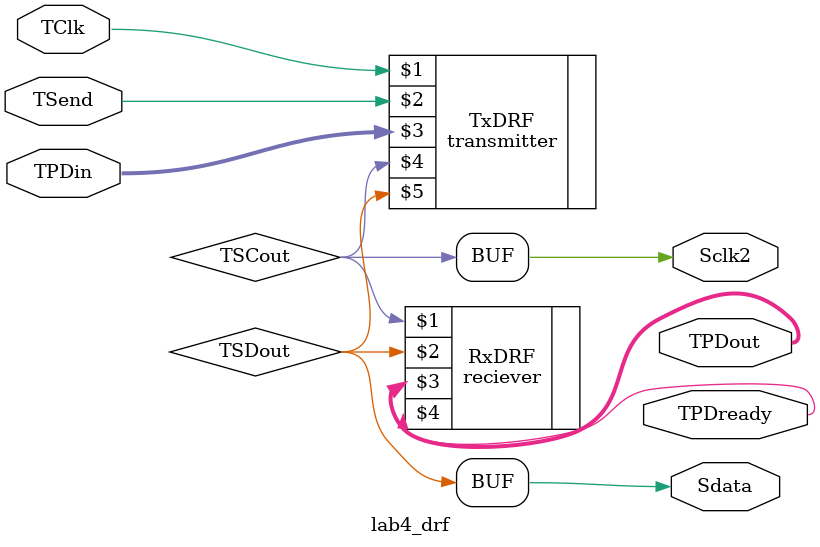
<source format=v>
module lab4_drf(TPDin, TClk, TSend, TPDout, TPDready, Sclk2,Sdata);

input [7:0] TPDin;
input TClk;
input TSend;

output [7:0] TPDout;
output TPDready;
output Sclk2;
output Sdata;

wire TSCout;
wire TSDout;

assign Sclk2 = TSCout;
assign Sdata = TSDout;

reciever RxDRF(TSCout,TSDout, TPDout, TPDready);

transmitter TxDRF(TClk, TSend , TPDin, TSCout, TSDout);

endmodule


</source>
